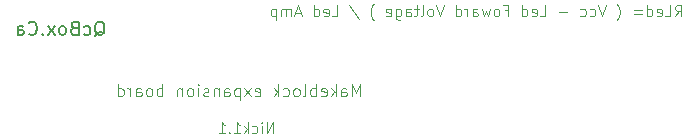
<source format=gbr>
%TF.GenerationSoftware,KiCad,Pcbnew,7.0.5*%
%TF.CreationDate,2023-09-07T09:14:09-04:00*%
%TF.ProjectId,NB1,4e42312e-6b69-4636-9164-5f7063625858,rev?*%
%TF.SameCoordinates,Original*%
%TF.FileFunction,Legend,Bot*%
%TF.FilePolarity,Positive*%
%FSLAX46Y46*%
G04 Gerber Fmt 4.6, Leading zero omitted, Abs format (unit mm)*
G04 Created by KiCad (PCBNEW 7.0.5) date 2023-09-07 09:14:09*
%MOMM*%
%LPD*%
G01*
G04 APERTURE LIST*
%ADD10C,0.100000*%
%ADD11C,0.121920*%
%ADD12C,0.081280*%
%ADD13C,0.152400*%
G04 APERTURE END LIST*
D10*
X147534531Y-108092786D02*
X147534531Y-107092786D01*
X147534531Y-107092786D02*
X147201198Y-107807071D01*
X147201198Y-107807071D02*
X146867865Y-107092786D01*
X146867865Y-107092786D02*
X146867865Y-108092786D01*
X145963103Y-108092786D02*
X145963103Y-107568976D01*
X145963103Y-107568976D02*
X146010722Y-107473738D01*
X146010722Y-107473738D02*
X146105960Y-107426119D01*
X146105960Y-107426119D02*
X146296436Y-107426119D01*
X146296436Y-107426119D02*
X146391674Y-107473738D01*
X145963103Y-108045167D02*
X146058341Y-108092786D01*
X146058341Y-108092786D02*
X146296436Y-108092786D01*
X146296436Y-108092786D02*
X146391674Y-108045167D01*
X146391674Y-108045167D02*
X146439293Y-107949928D01*
X146439293Y-107949928D02*
X146439293Y-107854690D01*
X146439293Y-107854690D02*
X146391674Y-107759452D01*
X146391674Y-107759452D02*
X146296436Y-107711833D01*
X146296436Y-107711833D02*
X146058341Y-107711833D01*
X146058341Y-107711833D02*
X145963103Y-107664214D01*
X145486912Y-108092786D02*
X145486912Y-107092786D01*
X145391674Y-107711833D02*
X145105960Y-108092786D01*
X145105960Y-107426119D02*
X145486912Y-107807071D01*
X144296436Y-108045167D02*
X144391674Y-108092786D01*
X144391674Y-108092786D02*
X144582150Y-108092786D01*
X144582150Y-108092786D02*
X144677388Y-108045167D01*
X144677388Y-108045167D02*
X144725007Y-107949928D01*
X144725007Y-107949928D02*
X144725007Y-107568976D01*
X144725007Y-107568976D02*
X144677388Y-107473738D01*
X144677388Y-107473738D02*
X144582150Y-107426119D01*
X144582150Y-107426119D02*
X144391674Y-107426119D01*
X144391674Y-107426119D02*
X144296436Y-107473738D01*
X144296436Y-107473738D02*
X144248817Y-107568976D01*
X144248817Y-107568976D02*
X144248817Y-107664214D01*
X144248817Y-107664214D02*
X144725007Y-107759452D01*
X143820245Y-108092786D02*
X143820245Y-107092786D01*
X143820245Y-107473738D02*
X143725007Y-107426119D01*
X143725007Y-107426119D02*
X143534531Y-107426119D01*
X143534531Y-107426119D02*
X143439293Y-107473738D01*
X143439293Y-107473738D02*
X143391674Y-107521357D01*
X143391674Y-107521357D02*
X143344055Y-107616595D01*
X143344055Y-107616595D02*
X143344055Y-107902309D01*
X143344055Y-107902309D02*
X143391674Y-107997547D01*
X143391674Y-107997547D02*
X143439293Y-108045167D01*
X143439293Y-108045167D02*
X143534531Y-108092786D01*
X143534531Y-108092786D02*
X143725007Y-108092786D01*
X143725007Y-108092786D02*
X143820245Y-108045167D01*
X142772626Y-108092786D02*
X142867864Y-108045167D01*
X142867864Y-108045167D02*
X142915483Y-107949928D01*
X142915483Y-107949928D02*
X142915483Y-107092786D01*
X142248816Y-108092786D02*
X142344054Y-108045167D01*
X142344054Y-108045167D02*
X142391673Y-107997547D01*
X142391673Y-107997547D02*
X142439292Y-107902309D01*
X142439292Y-107902309D02*
X142439292Y-107616595D01*
X142439292Y-107616595D02*
X142391673Y-107521357D01*
X142391673Y-107521357D02*
X142344054Y-107473738D01*
X142344054Y-107473738D02*
X142248816Y-107426119D01*
X142248816Y-107426119D02*
X142105959Y-107426119D01*
X142105959Y-107426119D02*
X142010721Y-107473738D01*
X142010721Y-107473738D02*
X141963102Y-107521357D01*
X141963102Y-107521357D02*
X141915483Y-107616595D01*
X141915483Y-107616595D02*
X141915483Y-107902309D01*
X141915483Y-107902309D02*
X141963102Y-107997547D01*
X141963102Y-107997547D02*
X142010721Y-108045167D01*
X142010721Y-108045167D02*
X142105959Y-108092786D01*
X142105959Y-108092786D02*
X142248816Y-108092786D01*
X141058340Y-108045167D02*
X141153578Y-108092786D01*
X141153578Y-108092786D02*
X141344054Y-108092786D01*
X141344054Y-108092786D02*
X141439292Y-108045167D01*
X141439292Y-108045167D02*
X141486911Y-107997547D01*
X141486911Y-107997547D02*
X141534530Y-107902309D01*
X141534530Y-107902309D02*
X141534530Y-107616595D01*
X141534530Y-107616595D02*
X141486911Y-107521357D01*
X141486911Y-107521357D02*
X141439292Y-107473738D01*
X141439292Y-107473738D02*
X141344054Y-107426119D01*
X141344054Y-107426119D02*
X141153578Y-107426119D01*
X141153578Y-107426119D02*
X141058340Y-107473738D01*
X140629768Y-108092786D02*
X140629768Y-107092786D01*
X140534530Y-107711833D02*
X140248816Y-108092786D01*
X140248816Y-107426119D02*
X140629768Y-107807071D01*
X138677387Y-108045167D02*
X138772625Y-108092786D01*
X138772625Y-108092786D02*
X138963101Y-108092786D01*
X138963101Y-108092786D02*
X139058339Y-108045167D01*
X139058339Y-108045167D02*
X139105958Y-107949928D01*
X139105958Y-107949928D02*
X139105958Y-107568976D01*
X139105958Y-107568976D02*
X139058339Y-107473738D01*
X139058339Y-107473738D02*
X138963101Y-107426119D01*
X138963101Y-107426119D02*
X138772625Y-107426119D01*
X138772625Y-107426119D02*
X138677387Y-107473738D01*
X138677387Y-107473738D02*
X138629768Y-107568976D01*
X138629768Y-107568976D02*
X138629768Y-107664214D01*
X138629768Y-107664214D02*
X139105958Y-107759452D01*
X138296434Y-108092786D02*
X137772625Y-107426119D01*
X138296434Y-107426119D02*
X137772625Y-108092786D01*
X137391672Y-107426119D02*
X137391672Y-108426119D01*
X137391672Y-107473738D02*
X137296434Y-107426119D01*
X137296434Y-107426119D02*
X137105958Y-107426119D01*
X137105958Y-107426119D02*
X137010720Y-107473738D01*
X137010720Y-107473738D02*
X136963101Y-107521357D01*
X136963101Y-107521357D02*
X136915482Y-107616595D01*
X136915482Y-107616595D02*
X136915482Y-107902309D01*
X136915482Y-107902309D02*
X136963101Y-107997547D01*
X136963101Y-107997547D02*
X137010720Y-108045167D01*
X137010720Y-108045167D02*
X137105958Y-108092786D01*
X137105958Y-108092786D02*
X137296434Y-108092786D01*
X137296434Y-108092786D02*
X137391672Y-108045167D01*
X136058339Y-108092786D02*
X136058339Y-107568976D01*
X136058339Y-107568976D02*
X136105958Y-107473738D01*
X136105958Y-107473738D02*
X136201196Y-107426119D01*
X136201196Y-107426119D02*
X136391672Y-107426119D01*
X136391672Y-107426119D02*
X136486910Y-107473738D01*
X136058339Y-108045167D02*
X136153577Y-108092786D01*
X136153577Y-108092786D02*
X136391672Y-108092786D01*
X136391672Y-108092786D02*
X136486910Y-108045167D01*
X136486910Y-108045167D02*
X136534529Y-107949928D01*
X136534529Y-107949928D02*
X136534529Y-107854690D01*
X136534529Y-107854690D02*
X136486910Y-107759452D01*
X136486910Y-107759452D02*
X136391672Y-107711833D01*
X136391672Y-107711833D02*
X136153577Y-107711833D01*
X136153577Y-107711833D02*
X136058339Y-107664214D01*
X135582148Y-107426119D02*
X135582148Y-108092786D01*
X135582148Y-107521357D02*
X135534529Y-107473738D01*
X135534529Y-107473738D02*
X135439291Y-107426119D01*
X135439291Y-107426119D02*
X135296434Y-107426119D01*
X135296434Y-107426119D02*
X135201196Y-107473738D01*
X135201196Y-107473738D02*
X135153577Y-107568976D01*
X135153577Y-107568976D02*
X135153577Y-108092786D01*
X134725005Y-108045167D02*
X134629767Y-108092786D01*
X134629767Y-108092786D02*
X134439291Y-108092786D01*
X134439291Y-108092786D02*
X134344053Y-108045167D01*
X134344053Y-108045167D02*
X134296434Y-107949928D01*
X134296434Y-107949928D02*
X134296434Y-107902309D01*
X134296434Y-107902309D02*
X134344053Y-107807071D01*
X134344053Y-107807071D02*
X134439291Y-107759452D01*
X134439291Y-107759452D02*
X134582148Y-107759452D01*
X134582148Y-107759452D02*
X134677386Y-107711833D01*
X134677386Y-107711833D02*
X134725005Y-107616595D01*
X134725005Y-107616595D02*
X134725005Y-107568976D01*
X134725005Y-107568976D02*
X134677386Y-107473738D01*
X134677386Y-107473738D02*
X134582148Y-107426119D01*
X134582148Y-107426119D02*
X134439291Y-107426119D01*
X134439291Y-107426119D02*
X134344053Y-107473738D01*
X133867862Y-108092786D02*
X133867862Y-107426119D01*
X133867862Y-107092786D02*
X133915481Y-107140405D01*
X133915481Y-107140405D02*
X133867862Y-107188024D01*
X133867862Y-107188024D02*
X133820243Y-107140405D01*
X133820243Y-107140405D02*
X133867862Y-107092786D01*
X133867862Y-107092786D02*
X133867862Y-107188024D01*
X133248815Y-108092786D02*
X133344053Y-108045167D01*
X133344053Y-108045167D02*
X133391672Y-107997547D01*
X133391672Y-107997547D02*
X133439291Y-107902309D01*
X133439291Y-107902309D02*
X133439291Y-107616595D01*
X133439291Y-107616595D02*
X133391672Y-107521357D01*
X133391672Y-107521357D02*
X133344053Y-107473738D01*
X133344053Y-107473738D02*
X133248815Y-107426119D01*
X133248815Y-107426119D02*
X133105958Y-107426119D01*
X133105958Y-107426119D02*
X133010720Y-107473738D01*
X133010720Y-107473738D02*
X132963101Y-107521357D01*
X132963101Y-107521357D02*
X132915482Y-107616595D01*
X132915482Y-107616595D02*
X132915482Y-107902309D01*
X132915482Y-107902309D02*
X132963101Y-107997547D01*
X132963101Y-107997547D02*
X133010720Y-108045167D01*
X133010720Y-108045167D02*
X133105958Y-108092786D01*
X133105958Y-108092786D02*
X133248815Y-108092786D01*
X132486910Y-107426119D02*
X132486910Y-108092786D01*
X132486910Y-107521357D02*
X132439291Y-107473738D01*
X132439291Y-107473738D02*
X132344053Y-107426119D01*
X132344053Y-107426119D02*
X132201196Y-107426119D01*
X132201196Y-107426119D02*
X132105958Y-107473738D01*
X132105958Y-107473738D02*
X132058339Y-107568976D01*
X132058339Y-107568976D02*
X132058339Y-108092786D01*
X130820243Y-108092786D02*
X130820243Y-107092786D01*
X130820243Y-107473738D02*
X130725005Y-107426119D01*
X130725005Y-107426119D02*
X130534529Y-107426119D01*
X130534529Y-107426119D02*
X130439291Y-107473738D01*
X130439291Y-107473738D02*
X130391672Y-107521357D01*
X130391672Y-107521357D02*
X130344053Y-107616595D01*
X130344053Y-107616595D02*
X130344053Y-107902309D01*
X130344053Y-107902309D02*
X130391672Y-107997547D01*
X130391672Y-107997547D02*
X130439291Y-108045167D01*
X130439291Y-108045167D02*
X130534529Y-108092786D01*
X130534529Y-108092786D02*
X130725005Y-108092786D01*
X130725005Y-108092786D02*
X130820243Y-108045167D01*
X129772624Y-108092786D02*
X129867862Y-108045167D01*
X129867862Y-108045167D02*
X129915481Y-107997547D01*
X129915481Y-107997547D02*
X129963100Y-107902309D01*
X129963100Y-107902309D02*
X129963100Y-107616595D01*
X129963100Y-107616595D02*
X129915481Y-107521357D01*
X129915481Y-107521357D02*
X129867862Y-107473738D01*
X129867862Y-107473738D02*
X129772624Y-107426119D01*
X129772624Y-107426119D02*
X129629767Y-107426119D01*
X129629767Y-107426119D02*
X129534529Y-107473738D01*
X129534529Y-107473738D02*
X129486910Y-107521357D01*
X129486910Y-107521357D02*
X129439291Y-107616595D01*
X129439291Y-107616595D02*
X129439291Y-107902309D01*
X129439291Y-107902309D02*
X129486910Y-107997547D01*
X129486910Y-107997547D02*
X129534529Y-108045167D01*
X129534529Y-108045167D02*
X129629767Y-108092786D01*
X129629767Y-108092786D02*
X129772624Y-108092786D01*
X128582148Y-108092786D02*
X128582148Y-107568976D01*
X128582148Y-107568976D02*
X128629767Y-107473738D01*
X128629767Y-107473738D02*
X128725005Y-107426119D01*
X128725005Y-107426119D02*
X128915481Y-107426119D01*
X128915481Y-107426119D02*
X129010719Y-107473738D01*
X128582148Y-108045167D02*
X128677386Y-108092786D01*
X128677386Y-108092786D02*
X128915481Y-108092786D01*
X128915481Y-108092786D02*
X129010719Y-108045167D01*
X129010719Y-108045167D02*
X129058338Y-107949928D01*
X129058338Y-107949928D02*
X129058338Y-107854690D01*
X129058338Y-107854690D02*
X129010719Y-107759452D01*
X129010719Y-107759452D02*
X128915481Y-107711833D01*
X128915481Y-107711833D02*
X128677386Y-107711833D01*
X128677386Y-107711833D02*
X128582148Y-107664214D01*
X128105957Y-108092786D02*
X128105957Y-107426119D01*
X128105957Y-107616595D02*
X128058338Y-107521357D01*
X128058338Y-107521357D02*
X128010719Y-107473738D01*
X128010719Y-107473738D02*
X127915481Y-107426119D01*
X127915481Y-107426119D02*
X127820243Y-107426119D01*
X127058338Y-108092786D02*
X127058338Y-107092786D01*
X127058338Y-108045167D02*
X127153576Y-108092786D01*
X127153576Y-108092786D02*
X127344052Y-108092786D01*
X127344052Y-108092786D02*
X127439290Y-108045167D01*
X127439290Y-108045167D02*
X127486909Y-107997547D01*
X127486909Y-107997547D02*
X127534528Y-107902309D01*
X127534528Y-107902309D02*
X127534528Y-107616595D01*
X127534528Y-107616595D02*
X127486909Y-107521357D01*
X127486909Y-107521357D02*
X127439290Y-107473738D01*
X127439290Y-107473738D02*
X127344052Y-107426119D01*
X127344052Y-107426119D02*
X127153576Y-107426119D01*
X127153576Y-107426119D02*
X127058338Y-107473738D01*
D11*
X140175413Y-111215042D02*
X140175413Y-110320962D01*
X140175413Y-110320962D02*
X139664510Y-111215042D01*
X139664510Y-111215042D02*
X139664510Y-110320962D01*
X139238758Y-111215042D02*
X139238758Y-110618988D01*
X139238758Y-110320962D02*
X139281334Y-110363537D01*
X139281334Y-110363537D02*
X139238758Y-110406112D01*
X139238758Y-110406112D02*
X139196183Y-110363537D01*
X139196183Y-110363537D02*
X139238758Y-110320962D01*
X139238758Y-110320962D02*
X139238758Y-110406112D01*
X138429829Y-111172467D02*
X138514980Y-111215042D01*
X138514980Y-111215042D02*
X138685281Y-111215042D01*
X138685281Y-111215042D02*
X138770431Y-111172467D01*
X138770431Y-111172467D02*
X138813006Y-111129891D01*
X138813006Y-111129891D02*
X138855582Y-111044741D01*
X138855582Y-111044741D02*
X138855582Y-110789289D01*
X138855582Y-110789289D02*
X138813006Y-110704139D01*
X138813006Y-110704139D02*
X138770431Y-110661564D01*
X138770431Y-110661564D02*
X138685281Y-110618988D01*
X138685281Y-110618988D02*
X138514980Y-110618988D01*
X138514980Y-110618988D02*
X138429829Y-110661564D01*
X138046652Y-111215042D02*
X138046652Y-110320962D01*
X137961502Y-110874440D02*
X137706050Y-111215042D01*
X137706050Y-110618988D02*
X138046652Y-110959590D01*
X136854546Y-111215042D02*
X137365449Y-111215042D01*
X137109997Y-111215042D02*
X137109997Y-110320962D01*
X137109997Y-110320962D02*
X137195148Y-110448687D01*
X137195148Y-110448687D02*
X137280298Y-110533838D01*
X137280298Y-110533838D02*
X137365449Y-110576413D01*
X136471368Y-111129891D02*
X136428793Y-111172467D01*
X136428793Y-111172467D02*
X136471368Y-111215042D01*
X136471368Y-111215042D02*
X136513944Y-111172467D01*
X136513944Y-111172467D02*
X136471368Y-111129891D01*
X136471368Y-111129891D02*
X136471368Y-111215042D01*
X135577289Y-111215042D02*
X136088192Y-111215042D01*
X135832740Y-111215042D02*
X135832740Y-110320962D01*
X135832740Y-110320962D02*
X135917891Y-110448687D01*
X135917891Y-110448687D02*
X136003041Y-110533838D01*
X136003041Y-110533838D02*
X136088192Y-110576413D01*
D12*
X174233948Y-101328981D02*
X174545522Y-100883876D01*
X174768074Y-101328981D02*
X174768074Y-100394261D01*
X174768074Y-100394261D02*
X174411990Y-100394261D01*
X174411990Y-100394261D02*
X174322969Y-100438771D01*
X174322969Y-100438771D02*
X174278459Y-100483282D01*
X174278459Y-100483282D02*
X174233948Y-100572303D01*
X174233948Y-100572303D02*
X174233948Y-100705834D01*
X174233948Y-100705834D02*
X174278459Y-100794855D01*
X174278459Y-100794855D02*
X174322969Y-100839366D01*
X174322969Y-100839366D02*
X174411990Y-100883876D01*
X174411990Y-100883876D02*
X174768074Y-100883876D01*
X173388249Y-101328981D02*
X173833354Y-101328981D01*
X173833354Y-101328981D02*
X173833354Y-100394261D01*
X172720592Y-101284471D02*
X172809613Y-101328981D01*
X172809613Y-101328981D02*
X172987655Y-101328981D01*
X172987655Y-101328981D02*
X173076676Y-101284471D01*
X173076676Y-101284471D02*
X173121187Y-101195450D01*
X173121187Y-101195450D02*
X173121187Y-100839366D01*
X173121187Y-100839366D02*
X173076676Y-100750345D01*
X173076676Y-100750345D02*
X172987655Y-100705834D01*
X172987655Y-100705834D02*
X172809613Y-100705834D01*
X172809613Y-100705834D02*
X172720592Y-100750345D01*
X172720592Y-100750345D02*
X172676082Y-100839366D01*
X172676082Y-100839366D02*
X172676082Y-100928387D01*
X172676082Y-100928387D02*
X173121187Y-101017408D01*
X171874893Y-101328981D02*
X171874893Y-100394261D01*
X171874893Y-101284471D02*
X171963914Y-101328981D01*
X171963914Y-101328981D02*
X172141956Y-101328981D01*
X172141956Y-101328981D02*
X172230977Y-101284471D01*
X172230977Y-101284471D02*
X172275487Y-101239960D01*
X172275487Y-101239960D02*
X172319998Y-101150939D01*
X172319998Y-101150939D02*
X172319998Y-100883876D01*
X172319998Y-100883876D02*
X172275487Y-100794855D01*
X172275487Y-100794855D02*
X172230977Y-100750345D01*
X172230977Y-100750345D02*
X172141956Y-100705834D01*
X172141956Y-100705834D02*
X171963914Y-100705834D01*
X171963914Y-100705834D02*
X171874893Y-100750345D01*
X171429788Y-100839366D02*
X170717621Y-100839366D01*
X170717621Y-101106429D02*
X171429788Y-101106429D01*
X169293285Y-101685065D02*
X169337796Y-101640554D01*
X169337796Y-101640554D02*
X169426817Y-101507023D01*
X169426817Y-101507023D02*
X169471327Y-101418002D01*
X169471327Y-101418002D02*
X169515838Y-101284471D01*
X169515838Y-101284471D02*
X169560348Y-101061918D01*
X169560348Y-101061918D02*
X169560348Y-100883876D01*
X169560348Y-100883876D02*
X169515838Y-100661324D01*
X169515838Y-100661324D02*
X169471327Y-100527792D01*
X169471327Y-100527792D02*
X169426817Y-100438771D01*
X169426817Y-100438771D02*
X169337796Y-100305240D01*
X169337796Y-100305240D02*
X169293285Y-100260730D01*
X168358565Y-100394261D02*
X168046991Y-101328981D01*
X168046991Y-101328981D02*
X167735418Y-100394261D01*
X167023250Y-101284471D02*
X167112271Y-101328981D01*
X167112271Y-101328981D02*
X167290313Y-101328981D01*
X167290313Y-101328981D02*
X167379334Y-101284471D01*
X167379334Y-101284471D02*
X167423844Y-101239960D01*
X167423844Y-101239960D02*
X167468355Y-101150939D01*
X167468355Y-101150939D02*
X167468355Y-100883876D01*
X167468355Y-100883876D02*
X167423844Y-100794855D01*
X167423844Y-100794855D02*
X167379334Y-100750345D01*
X167379334Y-100750345D02*
X167290313Y-100705834D01*
X167290313Y-100705834D02*
X167112271Y-100705834D01*
X167112271Y-100705834D02*
X167023250Y-100750345D01*
X166222061Y-101284471D02*
X166311082Y-101328981D01*
X166311082Y-101328981D02*
X166489124Y-101328981D01*
X166489124Y-101328981D02*
X166578145Y-101284471D01*
X166578145Y-101284471D02*
X166622655Y-101239960D01*
X166622655Y-101239960D02*
X166667166Y-101150939D01*
X166667166Y-101150939D02*
X166667166Y-100883876D01*
X166667166Y-100883876D02*
X166622655Y-100794855D01*
X166622655Y-100794855D02*
X166578145Y-100750345D01*
X166578145Y-100750345D02*
X166489124Y-100705834D01*
X166489124Y-100705834D02*
X166311082Y-100705834D01*
X166311082Y-100705834D02*
X166222061Y-100750345D01*
X165109298Y-100972897D02*
X164397131Y-100972897D01*
X162794753Y-101328981D02*
X163239858Y-101328981D01*
X163239858Y-101328981D02*
X163239858Y-100394261D01*
X162127096Y-101284471D02*
X162216117Y-101328981D01*
X162216117Y-101328981D02*
X162394159Y-101328981D01*
X162394159Y-101328981D02*
X162483180Y-101284471D01*
X162483180Y-101284471D02*
X162527691Y-101195450D01*
X162527691Y-101195450D02*
X162527691Y-100839366D01*
X162527691Y-100839366D02*
X162483180Y-100750345D01*
X162483180Y-100750345D02*
X162394159Y-100705834D01*
X162394159Y-100705834D02*
X162216117Y-100705834D01*
X162216117Y-100705834D02*
X162127096Y-100750345D01*
X162127096Y-100750345D02*
X162082586Y-100839366D01*
X162082586Y-100839366D02*
X162082586Y-100928387D01*
X162082586Y-100928387D02*
X162527691Y-101017408D01*
X161281397Y-101328981D02*
X161281397Y-100394261D01*
X161281397Y-101284471D02*
X161370418Y-101328981D01*
X161370418Y-101328981D02*
X161548460Y-101328981D01*
X161548460Y-101328981D02*
X161637481Y-101284471D01*
X161637481Y-101284471D02*
X161681991Y-101239960D01*
X161681991Y-101239960D02*
X161726502Y-101150939D01*
X161726502Y-101150939D02*
X161726502Y-100883876D01*
X161726502Y-100883876D02*
X161681991Y-100794855D01*
X161681991Y-100794855D02*
X161637481Y-100750345D01*
X161637481Y-100750345D02*
X161548460Y-100705834D01*
X161548460Y-100705834D02*
X161370418Y-100705834D01*
X161370418Y-100705834D02*
X161281397Y-100750345D01*
X159812551Y-100839366D02*
X160124124Y-100839366D01*
X160124124Y-101328981D02*
X160124124Y-100394261D01*
X160124124Y-100394261D02*
X159679019Y-100394261D01*
X159189404Y-101328981D02*
X159278425Y-101284471D01*
X159278425Y-101284471D02*
X159322935Y-101239960D01*
X159322935Y-101239960D02*
X159367446Y-101150939D01*
X159367446Y-101150939D02*
X159367446Y-100883876D01*
X159367446Y-100883876D02*
X159322935Y-100794855D01*
X159322935Y-100794855D02*
X159278425Y-100750345D01*
X159278425Y-100750345D02*
X159189404Y-100705834D01*
X159189404Y-100705834D02*
X159055872Y-100705834D01*
X159055872Y-100705834D02*
X158966851Y-100750345D01*
X158966851Y-100750345D02*
X158922341Y-100794855D01*
X158922341Y-100794855D02*
X158877830Y-100883876D01*
X158877830Y-100883876D02*
X158877830Y-101150939D01*
X158877830Y-101150939D02*
X158922341Y-101239960D01*
X158922341Y-101239960D02*
X158966851Y-101284471D01*
X158966851Y-101284471D02*
X159055872Y-101328981D01*
X159055872Y-101328981D02*
X159189404Y-101328981D01*
X158566257Y-100705834D02*
X158388215Y-101328981D01*
X158388215Y-101328981D02*
X158210173Y-100883876D01*
X158210173Y-100883876D02*
X158032131Y-101328981D01*
X158032131Y-101328981D02*
X157854089Y-100705834D01*
X157097412Y-101328981D02*
X157097412Y-100839366D01*
X157097412Y-100839366D02*
X157141922Y-100750345D01*
X157141922Y-100750345D02*
X157230943Y-100705834D01*
X157230943Y-100705834D02*
X157408985Y-100705834D01*
X157408985Y-100705834D02*
X157498006Y-100750345D01*
X157097412Y-101284471D02*
X157186433Y-101328981D01*
X157186433Y-101328981D02*
X157408985Y-101328981D01*
X157408985Y-101328981D02*
X157498006Y-101284471D01*
X157498006Y-101284471D02*
X157542517Y-101195450D01*
X157542517Y-101195450D02*
X157542517Y-101106429D01*
X157542517Y-101106429D02*
X157498006Y-101017408D01*
X157498006Y-101017408D02*
X157408985Y-100972897D01*
X157408985Y-100972897D02*
X157186433Y-100972897D01*
X157186433Y-100972897D02*
X157097412Y-100928387D01*
X156652307Y-101328981D02*
X156652307Y-100705834D01*
X156652307Y-100883876D02*
X156607797Y-100794855D01*
X156607797Y-100794855D02*
X156563286Y-100750345D01*
X156563286Y-100750345D02*
X156474265Y-100705834D01*
X156474265Y-100705834D02*
X156385244Y-100705834D01*
X155673077Y-101328981D02*
X155673077Y-100394261D01*
X155673077Y-101284471D02*
X155762098Y-101328981D01*
X155762098Y-101328981D02*
X155940140Y-101328981D01*
X155940140Y-101328981D02*
X156029161Y-101284471D01*
X156029161Y-101284471D02*
X156073671Y-101239960D01*
X156073671Y-101239960D02*
X156118182Y-101150939D01*
X156118182Y-101150939D02*
X156118182Y-100883876D01*
X156118182Y-100883876D02*
X156073671Y-100794855D01*
X156073671Y-100794855D02*
X156029161Y-100750345D01*
X156029161Y-100750345D02*
X155940140Y-100705834D01*
X155940140Y-100705834D02*
X155762098Y-100705834D01*
X155762098Y-100705834D02*
X155673077Y-100750345D01*
X154649336Y-100394261D02*
X154337762Y-101328981D01*
X154337762Y-101328981D02*
X154026189Y-100394261D01*
X153581084Y-101328981D02*
X153670105Y-101284471D01*
X153670105Y-101284471D02*
X153714615Y-101239960D01*
X153714615Y-101239960D02*
X153759126Y-101150939D01*
X153759126Y-101150939D02*
X153759126Y-100883876D01*
X153759126Y-100883876D02*
X153714615Y-100794855D01*
X153714615Y-100794855D02*
X153670105Y-100750345D01*
X153670105Y-100750345D02*
X153581084Y-100705834D01*
X153581084Y-100705834D02*
X153447552Y-100705834D01*
X153447552Y-100705834D02*
X153358531Y-100750345D01*
X153358531Y-100750345D02*
X153314021Y-100794855D01*
X153314021Y-100794855D02*
X153269510Y-100883876D01*
X153269510Y-100883876D02*
X153269510Y-101150939D01*
X153269510Y-101150939D02*
X153314021Y-101239960D01*
X153314021Y-101239960D02*
X153358531Y-101284471D01*
X153358531Y-101284471D02*
X153447552Y-101328981D01*
X153447552Y-101328981D02*
X153581084Y-101328981D01*
X152735385Y-101328981D02*
X152824406Y-101284471D01*
X152824406Y-101284471D02*
X152868916Y-101195450D01*
X152868916Y-101195450D02*
X152868916Y-100394261D01*
X152512833Y-100705834D02*
X152156749Y-100705834D01*
X152379301Y-100394261D02*
X152379301Y-101195450D01*
X152379301Y-101195450D02*
X152334791Y-101284471D01*
X152334791Y-101284471D02*
X152245770Y-101328981D01*
X152245770Y-101328981D02*
X152156749Y-101328981D01*
X151444581Y-101328981D02*
X151444581Y-100839366D01*
X151444581Y-100839366D02*
X151489091Y-100750345D01*
X151489091Y-100750345D02*
X151578112Y-100705834D01*
X151578112Y-100705834D02*
X151756154Y-100705834D01*
X151756154Y-100705834D02*
X151845175Y-100750345D01*
X151444581Y-101284471D02*
X151533602Y-101328981D01*
X151533602Y-101328981D02*
X151756154Y-101328981D01*
X151756154Y-101328981D02*
X151845175Y-101284471D01*
X151845175Y-101284471D02*
X151889686Y-101195450D01*
X151889686Y-101195450D02*
X151889686Y-101106429D01*
X151889686Y-101106429D02*
X151845175Y-101017408D01*
X151845175Y-101017408D02*
X151756154Y-100972897D01*
X151756154Y-100972897D02*
X151533602Y-100972897D01*
X151533602Y-100972897D02*
X151444581Y-100928387D01*
X150598882Y-100705834D02*
X150598882Y-101462512D01*
X150598882Y-101462512D02*
X150643392Y-101551533D01*
X150643392Y-101551533D02*
X150687903Y-101596044D01*
X150687903Y-101596044D02*
X150776924Y-101640554D01*
X150776924Y-101640554D02*
X150910455Y-101640554D01*
X150910455Y-101640554D02*
X150999476Y-101596044D01*
X150598882Y-101284471D02*
X150687903Y-101328981D01*
X150687903Y-101328981D02*
X150865945Y-101328981D01*
X150865945Y-101328981D02*
X150954966Y-101284471D01*
X150954966Y-101284471D02*
X150999476Y-101239960D01*
X150999476Y-101239960D02*
X151043987Y-101150939D01*
X151043987Y-101150939D02*
X151043987Y-100883876D01*
X151043987Y-100883876D02*
X150999476Y-100794855D01*
X150999476Y-100794855D02*
X150954966Y-100750345D01*
X150954966Y-100750345D02*
X150865945Y-100705834D01*
X150865945Y-100705834D02*
X150687903Y-100705834D01*
X150687903Y-100705834D02*
X150598882Y-100750345D01*
X149797693Y-101284471D02*
X149886714Y-101328981D01*
X149886714Y-101328981D02*
X150064756Y-101328981D01*
X150064756Y-101328981D02*
X150153777Y-101284471D01*
X150153777Y-101284471D02*
X150198288Y-101195450D01*
X150198288Y-101195450D02*
X150198288Y-100839366D01*
X150198288Y-100839366D02*
X150153777Y-100750345D01*
X150153777Y-100750345D02*
X150064756Y-100705834D01*
X150064756Y-100705834D02*
X149886714Y-100705834D01*
X149886714Y-100705834D02*
X149797693Y-100750345D01*
X149797693Y-100750345D02*
X149753183Y-100839366D01*
X149753183Y-100839366D02*
X149753183Y-100928387D01*
X149753183Y-100928387D02*
X150198288Y-101017408D01*
X148729441Y-101685065D02*
X148684931Y-101640554D01*
X148684931Y-101640554D02*
X148595910Y-101507023D01*
X148595910Y-101507023D02*
X148551399Y-101418002D01*
X148551399Y-101418002D02*
X148506889Y-101284471D01*
X148506889Y-101284471D02*
X148462378Y-101061918D01*
X148462378Y-101061918D02*
X148462378Y-100883876D01*
X148462378Y-100883876D02*
X148506889Y-100661324D01*
X148506889Y-100661324D02*
X148551399Y-100527792D01*
X148551399Y-100527792D02*
X148595910Y-100438771D01*
X148595910Y-100438771D02*
X148684931Y-100305240D01*
X148684931Y-100305240D02*
X148729441Y-100260730D01*
X146637448Y-100349751D02*
X147438637Y-101551533D01*
X145168602Y-101328981D02*
X145613707Y-101328981D01*
X145613707Y-101328981D02*
X145613707Y-100394261D01*
X144500945Y-101284471D02*
X144589966Y-101328981D01*
X144589966Y-101328981D02*
X144768008Y-101328981D01*
X144768008Y-101328981D02*
X144857029Y-101284471D01*
X144857029Y-101284471D02*
X144901540Y-101195450D01*
X144901540Y-101195450D02*
X144901540Y-100839366D01*
X144901540Y-100839366D02*
X144857029Y-100750345D01*
X144857029Y-100750345D02*
X144768008Y-100705834D01*
X144768008Y-100705834D02*
X144589966Y-100705834D01*
X144589966Y-100705834D02*
X144500945Y-100750345D01*
X144500945Y-100750345D02*
X144456435Y-100839366D01*
X144456435Y-100839366D02*
X144456435Y-100928387D01*
X144456435Y-100928387D02*
X144901540Y-101017408D01*
X143655246Y-101328981D02*
X143655246Y-100394261D01*
X143655246Y-101284471D02*
X143744267Y-101328981D01*
X143744267Y-101328981D02*
X143922309Y-101328981D01*
X143922309Y-101328981D02*
X144011330Y-101284471D01*
X144011330Y-101284471D02*
X144055840Y-101239960D01*
X144055840Y-101239960D02*
X144100351Y-101150939D01*
X144100351Y-101150939D02*
X144100351Y-100883876D01*
X144100351Y-100883876D02*
X144055840Y-100794855D01*
X144055840Y-100794855D02*
X144011330Y-100750345D01*
X144011330Y-100750345D02*
X143922309Y-100705834D01*
X143922309Y-100705834D02*
X143744267Y-100705834D01*
X143744267Y-100705834D02*
X143655246Y-100750345D01*
X142542484Y-101061918D02*
X142097379Y-101061918D01*
X142631505Y-101328981D02*
X142319931Y-100394261D01*
X142319931Y-100394261D02*
X142008358Y-101328981D01*
X141696784Y-101328981D02*
X141696784Y-100705834D01*
X141696784Y-100794855D02*
X141652274Y-100750345D01*
X141652274Y-100750345D02*
X141563253Y-100705834D01*
X141563253Y-100705834D02*
X141429721Y-100705834D01*
X141429721Y-100705834D02*
X141340700Y-100750345D01*
X141340700Y-100750345D02*
X141296190Y-100839366D01*
X141296190Y-100839366D02*
X141296190Y-101328981D01*
X141296190Y-100839366D02*
X141251679Y-100750345D01*
X141251679Y-100750345D02*
X141162658Y-100705834D01*
X141162658Y-100705834D02*
X141029127Y-100705834D01*
X141029127Y-100705834D02*
X140940106Y-100750345D01*
X140940106Y-100750345D02*
X140895596Y-100839366D01*
X140895596Y-100839366D02*
X140895596Y-101328981D01*
X140450491Y-100705834D02*
X140450491Y-101640554D01*
X140450491Y-100750345D02*
X140361470Y-100705834D01*
X140361470Y-100705834D02*
X140183428Y-100705834D01*
X140183428Y-100705834D02*
X140094407Y-100750345D01*
X140094407Y-100750345D02*
X140049897Y-100794855D01*
X140049897Y-100794855D02*
X140005386Y-100883876D01*
X140005386Y-100883876D02*
X140005386Y-101150939D01*
X140005386Y-101150939D02*
X140049897Y-101239960D01*
X140049897Y-101239960D02*
X140094407Y-101284471D01*
X140094407Y-101284471D02*
X140183428Y-101328981D01*
X140183428Y-101328981D02*
X140361470Y-101328981D01*
X140361470Y-101328981D02*
X140450491Y-101284471D01*
D13*
X125107675Y-103012140D02*
X125214113Y-102958921D01*
X125214113Y-102958921D02*
X125320551Y-102852483D01*
X125320551Y-102852483D02*
X125480208Y-102692825D01*
X125480208Y-102692825D02*
X125586646Y-102639606D01*
X125586646Y-102639606D02*
X125693084Y-102639606D01*
X125639865Y-102905702D02*
X125746303Y-102852483D01*
X125746303Y-102852483D02*
X125852741Y-102746044D01*
X125852741Y-102746044D02*
X125905960Y-102533168D01*
X125905960Y-102533168D02*
X125905960Y-102160635D01*
X125905960Y-102160635D02*
X125852741Y-101947759D01*
X125852741Y-101947759D02*
X125746303Y-101841321D01*
X125746303Y-101841321D02*
X125639865Y-101788102D01*
X125639865Y-101788102D02*
X125426989Y-101788102D01*
X125426989Y-101788102D02*
X125320551Y-101841321D01*
X125320551Y-101841321D02*
X125214113Y-101947759D01*
X125214113Y-101947759D02*
X125160894Y-102160635D01*
X125160894Y-102160635D02*
X125160894Y-102533168D01*
X125160894Y-102533168D02*
X125214113Y-102746044D01*
X125214113Y-102746044D02*
X125320551Y-102852483D01*
X125320551Y-102852483D02*
X125426989Y-102905702D01*
X125426989Y-102905702D02*
X125639865Y-102905702D01*
X124202951Y-102852483D02*
X124309389Y-102905702D01*
X124309389Y-102905702D02*
X124522265Y-102905702D01*
X124522265Y-102905702D02*
X124628703Y-102852483D01*
X124628703Y-102852483D02*
X124681922Y-102799263D01*
X124681922Y-102799263D02*
X124735141Y-102692825D01*
X124735141Y-102692825D02*
X124735141Y-102373511D01*
X124735141Y-102373511D02*
X124681922Y-102267073D01*
X124681922Y-102267073D02*
X124628703Y-102213854D01*
X124628703Y-102213854D02*
X124522265Y-102160635D01*
X124522265Y-102160635D02*
X124309389Y-102160635D01*
X124309389Y-102160635D02*
X124202951Y-102213854D01*
X123351446Y-102320292D02*
X123191789Y-102373511D01*
X123191789Y-102373511D02*
X123138570Y-102426730D01*
X123138570Y-102426730D02*
X123085351Y-102533168D01*
X123085351Y-102533168D02*
X123085351Y-102692825D01*
X123085351Y-102692825D02*
X123138570Y-102799263D01*
X123138570Y-102799263D02*
X123191789Y-102852483D01*
X123191789Y-102852483D02*
X123298227Y-102905702D01*
X123298227Y-102905702D02*
X123723979Y-102905702D01*
X123723979Y-102905702D02*
X123723979Y-101788102D01*
X123723979Y-101788102D02*
X123351446Y-101788102D01*
X123351446Y-101788102D02*
X123245008Y-101841321D01*
X123245008Y-101841321D02*
X123191789Y-101894540D01*
X123191789Y-101894540D02*
X123138570Y-102000978D01*
X123138570Y-102000978D02*
X123138570Y-102107416D01*
X123138570Y-102107416D02*
X123191789Y-102213854D01*
X123191789Y-102213854D02*
X123245008Y-102267073D01*
X123245008Y-102267073D02*
X123351446Y-102320292D01*
X123351446Y-102320292D02*
X123723979Y-102320292D01*
X122446722Y-102905702D02*
X122553160Y-102852483D01*
X122553160Y-102852483D02*
X122606379Y-102799263D01*
X122606379Y-102799263D02*
X122659598Y-102692825D01*
X122659598Y-102692825D02*
X122659598Y-102373511D01*
X122659598Y-102373511D02*
X122606379Y-102267073D01*
X122606379Y-102267073D02*
X122553160Y-102213854D01*
X122553160Y-102213854D02*
X122446722Y-102160635D01*
X122446722Y-102160635D02*
X122287065Y-102160635D01*
X122287065Y-102160635D02*
X122180627Y-102213854D01*
X122180627Y-102213854D02*
X122127408Y-102267073D01*
X122127408Y-102267073D02*
X122074189Y-102373511D01*
X122074189Y-102373511D02*
X122074189Y-102692825D01*
X122074189Y-102692825D02*
X122127408Y-102799263D01*
X122127408Y-102799263D02*
X122180627Y-102852483D01*
X122180627Y-102852483D02*
X122287065Y-102905702D01*
X122287065Y-102905702D02*
X122446722Y-102905702D01*
X121701655Y-102905702D02*
X121116246Y-102160635D01*
X121701655Y-102160635D02*
X121116246Y-102905702D01*
X120690493Y-102799263D02*
X120637274Y-102852483D01*
X120637274Y-102852483D02*
X120690493Y-102905702D01*
X120690493Y-102905702D02*
X120743712Y-102852483D01*
X120743712Y-102852483D02*
X120690493Y-102799263D01*
X120690493Y-102799263D02*
X120690493Y-102905702D01*
X119519675Y-102799263D02*
X119572894Y-102852483D01*
X119572894Y-102852483D02*
X119732551Y-102905702D01*
X119732551Y-102905702D02*
X119838989Y-102905702D01*
X119838989Y-102905702D02*
X119998646Y-102852483D01*
X119998646Y-102852483D02*
X120105084Y-102746044D01*
X120105084Y-102746044D02*
X120158303Y-102639606D01*
X120158303Y-102639606D02*
X120211522Y-102426730D01*
X120211522Y-102426730D02*
X120211522Y-102267073D01*
X120211522Y-102267073D02*
X120158303Y-102054197D01*
X120158303Y-102054197D02*
X120105084Y-101947759D01*
X120105084Y-101947759D02*
X119998646Y-101841321D01*
X119998646Y-101841321D02*
X119838989Y-101788102D01*
X119838989Y-101788102D02*
X119732551Y-101788102D01*
X119732551Y-101788102D02*
X119572894Y-101841321D01*
X119572894Y-101841321D02*
X119519675Y-101894540D01*
X118561732Y-102905702D02*
X118561732Y-102320292D01*
X118561732Y-102320292D02*
X118614951Y-102213854D01*
X118614951Y-102213854D02*
X118721389Y-102160635D01*
X118721389Y-102160635D02*
X118934265Y-102160635D01*
X118934265Y-102160635D02*
X119040703Y-102213854D01*
X118561732Y-102852483D02*
X118668170Y-102905702D01*
X118668170Y-102905702D02*
X118934265Y-102905702D01*
X118934265Y-102905702D02*
X119040703Y-102852483D01*
X119040703Y-102852483D02*
X119093922Y-102746044D01*
X119093922Y-102746044D02*
X119093922Y-102639606D01*
X119093922Y-102639606D02*
X119040703Y-102533168D01*
X119040703Y-102533168D02*
X118934265Y-102479949D01*
X118934265Y-102479949D02*
X118668170Y-102479949D01*
X118668170Y-102479949D02*
X118561732Y-102426730D01*
M02*

</source>
